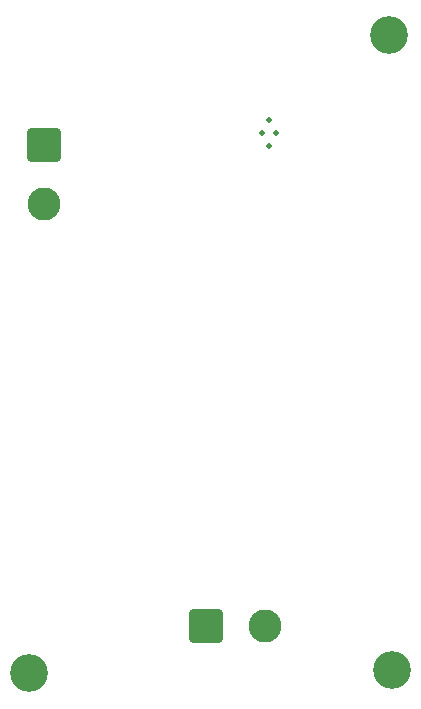
<source format=gbr>
%TF.GenerationSoftware,KiCad,Pcbnew,9.0.6*%
%TF.CreationDate,2026-02-08T18:04:32+01:00*%
%TF.ProjectId,Buck,4275636b-2e6b-4696-9361-645f70636258,B*%
%TF.SameCoordinates,Original*%
%TF.FileFunction,Soldermask,Bot*%
%TF.FilePolarity,Negative*%
%FSLAX46Y46*%
G04 Gerber Fmt 4.6, Leading zero omitted, Abs format (unit mm)*
G04 Created by KiCad (PCBNEW 9.0.6) date 2026-02-08 18:04:32*
%MOMM*%
%LPD*%
G01*
G04 APERTURE LIST*
G04 Aperture macros list*
%AMRoundRect*
0 Rectangle with rounded corners*
0 $1 Rounding radius*
0 $2 $3 $4 $5 $6 $7 $8 $9 X,Y pos of 4 corners*
0 Add a 4 corners polygon primitive as box body*
4,1,4,$2,$3,$4,$5,$6,$7,$8,$9,$2,$3,0*
0 Add four circle primitives for the rounded corners*
1,1,$1+$1,$2,$3*
1,1,$1+$1,$4,$5*
1,1,$1+$1,$6,$7*
1,1,$1+$1,$8,$9*
0 Add four rect primitives between the rounded corners*
20,1,$1+$1,$2,$3,$4,$5,0*
20,1,$1+$1,$4,$5,$6,$7,0*
20,1,$1+$1,$6,$7,$8,$9,0*
20,1,$1+$1,$8,$9,$2,$3,0*%
G04 Aperture macros list end*
%ADD10RoundRect,0.250001X-1.149999X1.149999X-1.149999X-1.149999X1.149999X-1.149999X1.149999X1.149999X0*%
%ADD11C,2.800000*%
%ADD12C,3.200000*%
%ADD13RoundRect,0.250001X-1.149999X-1.149999X1.149999X-1.149999X1.149999X1.149999X-1.149999X1.149999X0*%
%ADD14C,0.499999*%
G04 APERTURE END LIST*
D10*
%TO.C,J1*%
X142250000Y-107250000D03*
D11*
X142250000Y-112250000D03*
%TD*%
D12*
%TO.C,H3*%
X171500000Y-98000000D03*
%TD*%
%TO.C,H2*%
X141000000Y-152000000D03*
%TD*%
D13*
%TO.C,J2*%
X156000000Y-148000000D03*
D11*
X161000000Y-148000000D03*
%TD*%
D14*
%TO.C,U1*%
X160750002Y-106250000D03*
X161350001Y-105150000D03*
X161350001Y-107350000D03*
X161950000Y-106250000D03*
%TD*%
D12*
%TO.C,H1*%
X171750000Y-151750000D03*
%TD*%
M02*

</source>
